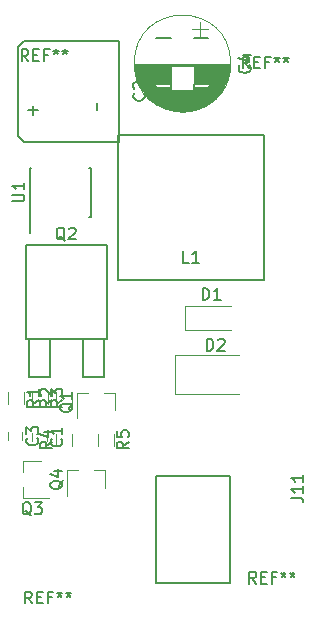
<source format=gto>
%TF.GenerationSoftware,KiCad,Pcbnew,4.0.7*%
%TF.CreationDate,2017-11-15T23:57:05+08:00*%
%TF.ProjectId,nixie_tube,6E697869655F747562652E6B69636164,rev?*%
%TF.FileFunction,Legend,Top*%
%FSLAX46Y46*%
G04 Gerber Fmt 4.6, Leading zero omitted, Abs format (unit mm)*
G04 Created by KiCad (PCBNEW 4.0.7) date 11/15/17 23:57:05*
%MOMM*%
%LPD*%
G01*
G04 APERTURE LIST*
%ADD10C,0.100000*%
%ADD11C,0.150000*%
%ADD12C,0.120000*%
G04 APERTURE END LIST*
D10*
D11*
X6811000Y-35676000D02*
X6811000Y-38851000D01*
X6811000Y-38851000D02*
X8589000Y-38851000D01*
X8589000Y-38851000D02*
X8589000Y-35676000D01*
X2239000Y-35676000D02*
X2239000Y-38851000D01*
X2239000Y-38851000D02*
X4017000Y-38851000D01*
X4017000Y-38851000D02*
X4017000Y-35676000D01*
X8843000Y-29580000D02*
X8843000Y-35676000D01*
X8843000Y-35676000D02*
X1985000Y-35676000D01*
X1985000Y-35676000D02*
X1985000Y-27802000D01*
X1985000Y-27675000D02*
X8843000Y-27675000D01*
X8843000Y-27802000D02*
X8843000Y-29580000D01*
X18860000Y-14220000D02*
X17510000Y-14220000D01*
X11660000Y-14220000D02*
X13060000Y-14220000D01*
X14260000Y-14070000D02*
X14260000Y-14370000D01*
X16260000Y-14080000D02*
X16260000Y-14470000D01*
X14260000Y-10220000D02*
X13060000Y-10220000D01*
X17460000Y-10220000D02*
X16260000Y-10220000D01*
D12*
X19350000Y-12345000D02*
G75*
G03X19350000Y-12345000I-4090000J0D01*
G01*
X19310000Y-12345000D02*
X11210000Y-12345000D01*
X19310000Y-12385000D02*
X11210000Y-12385000D01*
X19310000Y-12425000D02*
X11210000Y-12425000D01*
X19309000Y-12465000D02*
X11211000Y-12465000D01*
X19307000Y-12505000D02*
X11213000Y-12505000D01*
X19306000Y-12545000D02*
X11214000Y-12545000D01*
X19303000Y-12585000D02*
X11217000Y-12585000D01*
X19301000Y-12625000D02*
X16240000Y-12625000D01*
X14280000Y-12625000D02*
X11219000Y-12625000D01*
X19298000Y-12665000D02*
X16240000Y-12665000D01*
X14280000Y-12665000D02*
X11222000Y-12665000D01*
X19295000Y-12705000D02*
X16240000Y-12705000D01*
X14280000Y-12705000D02*
X11225000Y-12705000D01*
X19291000Y-12745000D02*
X16240000Y-12745000D01*
X14280000Y-12745000D02*
X11229000Y-12745000D01*
X19287000Y-12785000D02*
X16240000Y-12785000D01*
X14280000Y-12785000D02*
X11233000Y-12785000D01*
X19282000Y-12825000D02*
X16240000Y-12825000D01*
X14280000Y-12825000D02*
X11238000Y-12825000D01*
X19277000Y-12865000D02*
X16240000Y-12865000D01*
X14280000Y-12865000D02*
X11243000Y-12865000D01*
X19272000Y-12905000D02*
X16240000Y-12905000D01*
X14280000Y-12905000D02*
X11248000Y-12905000D01*
X19266000Y-12945000D02*
X16240000Y-12945000D01*
X14280000Y-12945000D02*
X11254000Y-12945000D01*
X19260000Y-12985000D02*
X16240000Y-12985000D01*
X14280000Y-12985000D02*
X11260000Y-12985000D01*
X19254000Y-13025000D02*
X16240000Y-13025000D01*
X14280000Y-13025000D02*
X11266000Y-13025000D01*
X19247000Y-13066000D02*
X16240000Y-13066000D01*
X14280000Y-13066000D02*
X11273000Y-13066000D01*
X19239000Y-13106000D02*
X16240000Y-13106000D01*
X14280000Y-13106000D02*
X11281000Y-13106000D01*
X19231000Y-13146000D02*
X16240000Y-13146000D01*
X14280000Y-13146000D02*
X11289000Y-13146000D01*
X19223000Y-13186000D02*
X16240000Y-13186000D01*
X14280000Y-13186000D02*
X11297000Y-13186000D01*
X19215000Y-13226000D02*
X16240000Y-13226000D01*
X14280000Y-13226000D02*
X11305000Y-13226000D01*
X19206000Y-13266000D02*
X16240000Y-13266000D01*
X14280000Y-13266000D02*
X11314000Y-13266000D01*
X19196000Y-13306000D02*
X16240000Y-13306000D01*
X14280000Y-13306000D02*
X11324000Y-13306000D01*
X19186000Y-13346000D02*
X16240000Y-13346000D01*
X14280000Y-13346000D02*
X11334000Y-13346000D01*
X19176000Y-13386000D02*
X16240000Y-13386000D01*
X14280000Y-13386000D02*
X11344000Y-13386000D01*
X19165000Y-13426000D02*
X16240000Y-13426000D01*
X14280000Y-13426000D02*
X11355000Y-13426000D01*
X19154000Y-13466000D02*
X16240000Y-13466000D01*
X14280000Y-13466000D02*
X11366000Y-13466000D01*
X19143000Y-13506000D02*
X16240000Y-13506000D01*
X14280000Y-13506000D02*
X11377000Y-13506000D01*
X19130000Y-13546000D02*
X16240000Y-13546000D01*
X14280000Y-13546000D02*
X11390000Y-13546000D01*
X19118000Y-13586000D02*
X16240000Y-13586000D01*
X14280000Y-13586000D02*
X11402000Y-13586000D01*
X19105000Y-13626000D02*
X16240000Y-13626000D01*
X14280000Y-13626000D02*
X11415000Y-13626000D01*
X19092000Y-13666000D02*
X16240000Y-13666000D01*
X14280000Y-13666000D02*
X11428000Y-13666000D01*
X19078000Y-13706000D02*
X16240000Y-13706000D01*
X14280000Y-13706000D02*
X11442000Y-13706000D01*
X19063000Y-13746000D02*
X16240000Y-13746000D01*
X14280000Y-13746000D02*
X11457000Y-13746000D01*
X19049000Y-13786000D02*
X16240000Y-13786000D01*
X14280000Y-13786000D02*
X11471000Y-13786000D01*
X19033000Y-13826000D02*
X16240000Y-13826000D01*
X14280000Y-13826000D02*
X11487000Y-13826000D01*
X19018000Y-13866000D02*
X16240000Y-13866000D01*
X14280000Y-13866000D02*
X11502000Y-13866000D01*
X19001000Y-13906000D02*
X16240000Y-13906000D01*
X14280000Y-13906000D02*
X11519000Y-13906000D01*
X18985000Y-13946000D02*
X16240000Y-13946000D01*
X14280000Y-13946000D02*
X11535000Y-13946000D01*
X18967000Y-13986000D02*
X16240000Y-13986000D01*
X14280000Y-13986000D02*
X11553000Y-13986000D01*
X18950000Y-14026000D02*
X16240000Y-14026000D01*
X14280000Y-14026000D02*
X11570000Y-14026000D01*
X18931000Y-14066000D02*
X16240000Y-14066000D01*
X14280000Y-14066000D02*
X11589000Y-14066000D01*
X18912000Y-14106000D02*
X16240000Y-14106000D01*
X14280000Y-14106000D02*
X11608000Y-14106000D01*
X18788000Y-14346000D02*
X16240000Y-14346000D01*
X14280000Y-14346000D02*
X11732000Y-14346000D01*
X18765000Y-14386000D02*
X16240000Y-14386000D01*
X14280000Y-14386000D02*
X11755000Y-14386000D01*
X18742000Y-14426000D02*
X16240000Y-14426000D01*
X14280000Y-14426000D02*
X11778000Y-14426000D01*
X18718000Y-14466000D02*
X16240000Y-14466000D01*
X14280000Y-14466000D02*
X11802000Y-14466000D01*
X18694000Y-14506000D02*
X16240000Y-14506000D01*
X14280000Y-14506000D02*
X11826000Y-14506000D01*
X18668000Y-14546000D02*
X16240000Y-14546000D01*
X14280000Y-14546000D02*
X11852000Y-14546000D01*
X18643000Y-14586000D02*
X11877000Y-14586000D01*
X18616000Y-14626000D02*
X11904000Y-14626000D01*
X18589000Y-14666000D02*
X11931000Y-14666000D01*
X18561000Y-14706000D02*
X11959000Y-14706000D01*
X18532000Y-14746000D02*
X11988000Y-14746000D01*
X18503000Y-14786000D02*
X12017000Y-14786000D01*
X18473000Y-14826000D02*
X12047000Y-14826000D01*
X18442000Y-14866000D02*
X12078000Y-14866000D01*
X18410000Y-14906000D02*
X12110000Y-14906000D01*
X18378000Y-14946000D02*
X12142000Y-14946000D01*
X18344000Y-14986000D02*
X12176000Y-14986000D01*
X18310000Y-15026000D02*
X12210000Y-15026000D01*
X18275000Y-15066000D02*
X12245000Y-15066000D01*
X18239000Y-15106000D02*
X12281000Y-15106000D01*
X18202000Y-15146000D02*
X12318000Y-15146000D01*
X18164000Y-15186000D02*
X12356000Y-15186000D01*
X18125000Y-15226000D02*
X12395000Y-15226000D01*
X18084000Y-15266000D02*
X12436000Y-15266000D01*
X18043000Y-15306000D02*
X12477000Y-15306000D01*
X18000000Y-15346000D02*
X12520000Y-15346000D01*
X17957000Y-15386000D02*
X12563000Y-15386000D01*
X17912000Y-15426000D02*
X12608000Y-15426000D01*
X17865000Y-15466000D02*
X12655000Y-15466000D01*
X17817000Y-15506000D02*
X12703000Y-15506000D01*
X17768000Y-15546000D02*
X12752000Y-15546000D01*
X17717000Y-15586000D02*
X12803000Y-15586000D01*
X17664000Y-15626000D02*
X12856000Y-15626000D01*
X17609000Y-15666000D02*
X12911000Y-15666000D01*
X17553000Y-15706000D02*
X12967000Y-15706000D01*
X17494000Y-15746000D02*
X13026000Y-15746000D01*
X17433000Y-15786000D02*
X13087000Y-15786000D01*
X17369000Y-15826000D02*
X13151000Y-15826000D01*
X17303000Y-15866000D02*
X13217000Y-15866000D01*
X17234000Y-15906000D02*
X13286000Y-15906000D01*
X17162000Y-15946000D02*
X13358000Y-15946000D01*
X17086000Y-15986000D02*
X13434000Y-15986000D01*
X17005000Y-16026000D02*
X13515000Y-16026000D01*
X16920000Y-16066000D02*
X13600000Y-16066000D01*
X16830000Y-16106000D02*
X13690000Y-16106000D01*
X16733000Y-16146000D02*
X13787000Y-16146000D01*
X16629000Y-16186000D02*
X13891000Y-16186000D01*
X16514000Y-16226000D02*
X14006000Y-16226000D01*
X16387000Y-16266000D02*
X14133000Y-16266000D01*
X16243000Y-16306000D02*
X14277000Y-16306000D01*
X16074000Y-16346000D02*
X14446000Y-16346000D01*
X15858000Y-16386000D02*
X14662000Y-16386000D01*
X15506000Y-16426000D02*
X15014000Y-16426000D01*
X16740000Y-8865000D02*
X16740000Y-10065000D01*
X17390000Y-9465000D02*
X16090000Y-9465000D01*
D11*
X9870000Y-10450000D02*
X9370000Y-10450000D01*
X9870000Y-10950000D02*
X9870000Y-10450000D01*
X9870000Y-18950000D02*
X9870000Y-18450000D01*
X9370000Y-18950000D02*
X9870000Y-18950000D01*
X1870000Y-18950000D02*
X9370000Y-18950000D01*
X1370000Y-10950000D02*
X1370000Y-18450000D01*
X9370000Y-10450000D02*
X1870000Y-10450000D01*
X9870000Y-18450000D02*
X9870000Y-10950000D01*
X1370000Y-10950000D02*
X1870000Y-10450000D01*
X1370000Y-18450000D02*
X1370000Y-18450000D01*
X8020000Y-16300000D02*
X8020000Y-15700000D01*
X2220000Y-16300000D02*
X3020000Y-16300000D01*
X2620000Y-16700000D02*
X2620000Y-15900000D01*
X1370000Y-18450000D02*
X1870000Y-18950000D01*
X19280000Y-47310000D02*
X12980000Y-47310000D01*
X12980000Y-56310000D02*
X19280000Y-56310000D01*
X19280000Y-56310000D02*
X19280000Y-47310000D01*
X12980000Y-56310000D02*
X12980000Y-47310000D01*
X2325000Y-25325000D02*
X2375000Y-25325000D01*
X2325000Y-21175000D02*
X2470000Y-21175000D01*
X7475000Y-21175000D02*
X7330000Y-21175000D01*
X7475000Y-25325000D02*
X7330000Y-25325000D01*
X2325000Y-25325000D02*
X2325000Y-21175000D01*
X7475000Y-25325000D02*
X7475000Y-21175000D01*
X2375000Y-25325000D02*
X2375000Y-26725000D01*
X9830000Y-30700000D02*
X22130000Y-30700000D01*
X9830000Y-18400000D02*
X9830000Y-30700000D01*
X22130000Y-18400000D02*
X9830000Y-18400000D01*
X22130000Y-30700000D02*
X22130000Y-18400000D01*
D12*
X9530000Y-40240000D02*
X8600000Y-40240000D01*
X6370000Y-40240000D02*
X7300000Y-40240000D01*
X6370000Y-40240000D02*
X6370000Y-42400000D01*
X9530000Y-40240000D02*
X9530000Y-41700000D01*
X15450000Y-32900000D02*
X15450000Y-34900000D01*
X15450000Y-34900000D02*
X19350000Y-34900000D01*
X15450000Y-32900000D02*
X19350000Y-32900000D01*
X14650000Y-37050000D02*
X14650000Y-40350000D01*
X14650000Y-40350000D02*
X20050000Y-40350000D01*
X14650000Y-37050000D02*
X20050000Y-37050000D01*
X2550000Y-44300000D02*
X2550000Y-43600000D01*
X3750000Y-43600000D02*
X3750000Y-44300000D01*
X500000Y-44250000D02*
X500000Y-43550000D01*
X1700000Y-43550000D02*
X1700000Y-44250000D01*
X520000Y-41175000D02*
X520000Y-40175000D01*
X1880000Y-40175000D02*
X1880000Y-41175000D01*
X5880000Y-40175000D02*
X5880000Y-41175000D01*
X4520000Y-41175000D02*
X4520000Y-40175000D01*
X2520000Y-41175000D02*
X2520000Y-40175000D01*
X3880000Y-40175000D02*
X3880000Y-41175000D01*
X1790000Y-45970000D02*
X1790000Y-46900000D01*
X1790000Y-49130000D02*
X1790000Y-48200000D01*
X1790000Y-49130000D02*
X3950000Y-49130000D01*
X1790000Y-45970000D02*
X3250000Y-45970000D01*
X5880000Y-43700000D02*
X5880000Y-44700000D01*
X4520000Y-44700000D02*
X4520000Y-43700000D01*
X8120000Y-44700000D02*
X8120000Y-43700000D01*
X9480000Y-43700000D02*
X9480000Y-44700000D01*
X8680000Y-46790000D02*
X7750000Y-46790000D01*
X5520000Y-46790000D02*
X6450000Y-46790000D01*
X5520000Y-46790000D02*
X5520000Y-48950000D01*
X8680000Y-46790000D02*
X8680000Y-48250000D01*
D11*
X5318762Y-27333619D02*
X5223524Y-27286000D01*
X5128286Y-27190762D01*
X4985429Y-27047905D01*
X4890190Y-27000286D01*
X4794952Y-27000286D01*
X4842571Y-27238381D02*
X4747333Y-27190762D01*
X4652095Y-27095524D01*
X4604476Y-26905048D01*
X4604476Y-26571714D01*
X4652095Y-26381238D01*
X4747333Y-26286000D01*
X4842571Y-26238381D01*
X5033048Y-26238381D01*
X5128286Y-26286000D01*
X5223524Y-26381238D01*
X5271143Y-26571714D01*
X5271143Y-26905048D01*
X5223524Y-27095524D01*
X5128286Y-27190762D01*
X5033048Y-27238381D01*
X4842571Y-27238381D01*
X5652095Y-26333619D02*
X5699714Y-26286000D01*
X5794952Y-26238381D01*
X6033048Y-26238381D01*
X6128286Y-26286000D01*
X6175905Y-26333619D01*
X6223524Y-26428857D01*
X6223524Y-26524095D01*
X6175905Y-26666952D01*
X5604476Y-27238381D01*
X6223524Y-27238381D01*
X21496667Y-56372381D02*
X21163333Y-55896190D01*
X20925238Y-56372381D02*
X20925238Y-55372381D01*
X21306191Y-55372381D01*
X21401429Y-55420000D01*
X21449048Y-55467619D01*
X21496667Y-55562857D01*
X21496667Y-55705714D01*
X21449048Y-55800952D01*
X21401429Y-55848571D01*
X21306191Y-55896190D01*
X20925238Y-55896190D01*
X21925238Y-55848571D02*
X22258572Y-55848571D01*
X22401429Y-56372381D02*
X21925238Y-56372381D01*
X21925238Y-55372381D01*
X22401429Y-55372381D01*
X23163334Y-55848571D02*
X22830000Y-55848571D01*
X22830000Y-56372381D02*
X22830000Y-55372381D01*
X23306191Y-55372381D01*
X23830000Y-55372381D02*
X23830000Y-55610476D01*
X23591905Y-55515238D02*
X23830000Y-55610476D01*
X24068096Y-55515238D01*
X23687143Y-55800952D02*
X23830000Y-55610476D01*
X23972858Y-55800952D01*
X24591905Y-55372381D02*
X24591905Y-55610476D01*
X24353810Y-55515238D02*
X24591905Y-55610476D01*
X24830001Y-55515238D01*
X24449048Y-55800952D02*
X24591905Y-55610476D01*
X24734763Y-55800952D01*
X2516667Y-58052381D02*
X2183333Y-57576190D01*
X1945238Y-58052381D02*
X1945238Y-57052381D01*
X2326191Y-57052381D01*
X2421429Y-57100000D01*
X2469048Y-57147619D01*
X2516667Y-57242857D01*
X2516667Y-57385714D01*
X2469048Y-57480952D01*
X2421429Y-57528571D01*
X2326191Y-57576190D01*
X1945238Y-57576190D01*
X2945238Y-57528571D02*
X3278572Y-57528571D01*
X3421429Y-58052381D02*
X2945238Y-58052381D01*
X2945238Y-57052381D01*
X3421429Y-57052381D01*
X4183334Y-57528571D02*
X3850000Y-57528571D01*
X3850000Y-58052381D02*
X3850000Y-57052381D01*
X4326191Y-57052381D01*
X4850000Y-57052381D02*
X4850000Y-57290476D01*
X4611905Y-57195238D02*
X4850000Y-57290476D01*
X5088096Y-57195238D01*
X4707143Y-57480952D02*
X4850000Y-57290476D01*
X4992858Y-57480952D01*
X5611905Y-57052381D02*
X5611905Y-57290476D01*
X5373810Y-57195238D02*
X5611905Y-57290476D01*
X5850001Y-57195238D01*
X5469048Y-57480952D02*
X5611905Y-57290476D01*
X5754763Y-57480952D01*
X20916667Y-12752381D02*
X20583333Y-12276190D01*
X20345238Y-12752381D02*
X20345238Y-11752381D01*
X20726191Y-11752381D01*
X20821429Y-11800000D01*
X20869048Y-11847619D01*
X20916667Y-11942857D01*
X20916667Y-12085714D01*
X20869048Y-12180952D01*
X20821429Y-12228571D01*
X20726191Y-12276190D01*
X20345238Y-12276190D01*
X21345238Y-12228571D02*
X21678572Y-12228571D01*
X21821429Y-12752381D02*
X21345238Y-12752381D01*
X21345238Y-11752381D01*
X21821429Y-11752381D01*
X22583334Y-12228571D02*
X22250000Y-12228571D01*
X22250000Y-12752381D02*
X22250000Y-11752381D01*
X22726191Y-11752381D01*
X23250000Y-11752381D02*
X23250000Y-11990476D01*
X23011905Y-11895238D02*
X23250000Y-11990476D01*
X23488096Y-11895238D01*
X23107143Y-12180952D02*
X23250000Y-11990476D01*
X23392858Y-12180952D01*
X24011905Y-11752381D02*
X24011905Y-11990476D01*
X23773810Y-11895238D02*
X24011905Y-11990476D01*
X24250001Y-11895238D01*
X23869048Y-12180952D02*
X24011905Y-11990476D01*
X24154763Y-12180952D01*
X2216667Y-12152381D02*
X1883333Y-11676190D01*
X1645238Y-12152381D02*
X1645238Y-11152381D01*
X2026191Y-11152381D01*
X2121429Y-11200000D01*
X2169048Y-11247619D01*
X2216667Y-11342857D01*
X2216667Y-11485714D01*
X2169048Y-11580952D01*
X2121429Y-11628571D01*
X2026191Y-11676190D01*
X1645238Y-11676190D01*
X2645238Y-11628571D02*
X2978572Y-11628571D01*
X3121429Y-12152381D02*
X2645238Y-12152381D01*
X2645238Y-11152381D01*
X3121429Y-11152381D01*
X3883334Y-11628571D02*
X3550000Y-11628571D01*
X3550000Y-12152381D02*
X3550000Y-11152381D01*
X4026191Y-11152381D01*
X4550000Y-11152381D02*
X4550000Y-11390476D01*
X4311905Y-11295238D02*
X4550000Y-11390476D01*
X4788096Y-11295238D01*
X4407143Y-11580952D02*
X4550000Y-11390476D01*
X4692858Y-11580952D01*
X5311905Y-11152381D02*
X5311905Y-11390476D01*
X5073810Y-11295238D02*
X5311905Y-11390476D01*
X5550001Y-11295238D01*
X5169048Y-11580952D02*
X5311905Y-11390476D01*
X5454763Y-11580952D01*
X20927143Y-12511666D02*
X20974762Y-12559285D01*
X21022381Y-12702142D01*
X21022381Y-12797380D01*
X20974762Y-12940238D01*
X20879524Y-13035476D01*
X20784286Y-13083095D01*
X20593810Y-13130714D01*
X20450952Y-13130714D01*
X20260476Y-13083095D01*
X20165238Y-13035476D01*
X20070000Y-12940238D01*
X20022381Y-12797380D01*
X20022381Y-12702142D01*
X20070000Y-12559285D01*
X20117619Y-12511666D01*
X20355714Y-11654523D02*
X21022381Y-11654523D01*
X19974762Y-11892619D02*
X20689048Y-12130714D01*
X20689048Y-11511666D01*
X11977143Y-14866666D02*
X12024762Y-14914285D01*
X12072381Y-15057142D01*
X12072381Y-15152380D01*
X12024762Y-15295238D01*
X11929524Y-15390476D01*
X11834286Y-15438095D01*
X11643810Y-15485714D01*
X11500952Y-15485714D01*
X11310476Y-15438095D01*
X11215238Y-15390476D01*
X11120000Y-15295238D01*
X11072381Y-15152380D01*
X11072381Y-15057142D01*
X11120000Y-14914285D01*
X11167619Y-14866666D01*
X11167619Y-14485714D02*
X11120000Y-14438095D01*
X11072381Y-14342857D01*
X11072381Y-14104761D01*
X11120000Y-14009523D01*
X11167619Y-13961904D01*
X11262857Y-13914285D01*
X11358095Y-13914285D01*
X11500952Y-13961904D01*
X12072381Y-14533333D01*
X12072381Y-13914285D01*
X24472381Y-49119523D02*
X25186667Y-49119523D01*
X25329524Y-49167143D01*
X25424762Y-49262381D01*
X25472381Y-49405238D01*
X25472381Y-49500476D01*
X25472381Y-48119523D02*
X25472381Y-48690952D01*
X25472381Y-48405238D02*
X24472381Y-48405238D01*
X24615238Y-48500476D01*
X24710476Y-48595714D01*
X24758095Y-48690952D01*
X25472381Y-47167142D02*
X25472381Y-47738571D01*
X25472381Y-47452857D02*
X24472381Y-47452857D01*
X24615238Y-47548095D01*
X24710476Y-47643333D01*
X24758095Y-47738571D01*
X852381Y-24011905D02*
X1661905Y-24011905D01*
X1757143Y-23964286D01*
X1804762Y-23916667D01*
X1852381Y-23821429D01*
X1852381Y-23630952D01*
X1804762Y-23535714D01*
X1757143Y-23488095D01*
X1661905Y-23440476D01*
X852381Y-23440476D01*
X1852381Y-22440476D02*
X1852381Y-23011905D01*
X1852381Y-22726191D02*
X852381Y-22726191D01*
X995238Y-22821429D01*
X1090476Y-22916667D01*
X1138095Y-23011905D01*
X15813334Y-29202381D02*
X15337143Y-29202381D01*
X15337143Y-28202381D01*
X16670477Y-29202381D02*
X16099048Y-29202381D01*
X16384762Y-29202381D02*
X16384762Y-28202381D01*
X16289524Y-28345238D01*
X16194286Y-28440476D01*
X16099048Y-28488095D01*
X5997619Y-41095238D02*
X5950000Y-41190476D01*
X5854762Y-41285714D01*
X5711905Y-41428571D01*
X5664286Y-41523810D01*
X5664286Y-41619048D01*
X5902381Y-41571429D02*
X5854762Y-41666667D01*
X5759524Y-41761905D01*
X5569048Y-41809524D01*
X5235714Y-41809524D01*
X5045238Y-41761905D01*
X4950000Y-41666667D01*
X4902381Y-41571429D01*
X4902381Y-41380952D01*
X4950000Y-41285714D01*
X5045238Y-41190476D01*
X5235714Y-41142857D01*
X5569048Y-41142857D01*
X5759524Y-41190476D01*
X5854762Y-41285714D01*
X5902381Y-41380952D01*
X5902381Y-41571429D01*
X5902381Y-40190476D02*
X5902381Y-40761905D01*
X5902381Y-40476191D02*
X4902381Y-40476191D01*
X5045238Y-40571429D01*
X5140476Y-40666667D01*
X5188095Y-40761905D01*
X16961905Y-32352381D02*
X16961905Y-31352381D01*
X17200000Y-31352381D01*
X17342858Y-31400000D01*
X17438096Y-31495238D01*
X17485715Y-31590476D01*
X17533334Y-31780952D01*
X17533334Y-31923810D01*
X17485715Y-32114286D01*
X17438096Y-32209524D01*
X17342858Y-32304762D01*
X17200000Y-32352381D01*
X16961905Y-32352381D01*
X18485715Y-32352381D02*
X17914286Y-32352381D01*
X18200000Y-32352381D02*
X18200000Y-31352381D01*
X18104762Y-31495238D01*
X18009524Y-31590476D01*
X17914286Y-31638095D01*
X17311905Y-36652381D02*
X17311905Y-35652381D01*
X17550000Y-35652381D01*
X17692858Y-35700000D01*
X17788096Y-35795238D01*
X17835715Y-35890476D01*
X17883334Y-36080952D01*
X17883334Y-36223810D01*
X17835715Y-36414286D01*
X17788096Y-36509524D01*
X17692858Y-36604762D01*
X17550000Y-36652381D01*
X17311905Y-36652381D01*
X18264286Y-35747619D02*
X18311905Y-35700000D01*
X18407143Y-35652381D01*
X18645239Y-35652381D01*
X18740477Y-35700000D01*
X18788096Y-35747619D01*
X18835715Y-35842857D01*
X18835715Y-35938095D01*
X18788096Y-36080952D01*
X18216667Y-36652381D01*
X18835715Y-36652381D01*
X5007143Y-44116666D02*
X5054762Y-44164285D01*
X5102381Y-44307142D01*
X5102381Y-44402380D01*
X5054762Y-44545238D01*
X4959524Y-44640476D01*
X4864286Y-44688095D01*
X4673810Y-44735714D01*
X4530952Y-44735714D01*
X4340476Y-44688095D01*
X4245238Y-44640476D01*
X4150000Y-44545238D01*
X4102381Y-44402380D01*
X4102381Y-44307142D01*
X4150000Y-44164285D01*
X4197619Y-44116666D01*
X5102381Y-43164285D02*
X5102381Y-43735714D01*
X5102381Y-43450000D02*
X4102381Y-43450000D01*
X4245238Y-43545238D01*
X4340476Y-43640476D01*
X4388095Y-43735714D01*
X2957143Y-44066666D02*
X3004762Y-44114285D01*
X3052381Y-44257142D01*
X3052381Y-44352380D01*
X3004762Y-44495238D01*
X2909524Y-44590476D01*
X2814286Y-44638095D01*
X2623810Y-44685714D01*
X2480952Y-44685714D01*
X2290476Y-44638095D01*
X2195238Y-44590476D01*
X2100000Y-44495238D01*
X2052381Y-44352380D01*
X2052381Y-44257142D01*
X2100000Y-44114285D01*
X2147619Y-44066666D01*
X2052381Y-43733333D02*
X2052381Y-43114285D01*
X2433333Y-43447619D01*
X2433333Y-43304761D01*
X2480952Y-43209523D01*
X2528571Y-43161904D01*
X2623810Y-43114285D01*
X2861905Y-43114285D01*
X2957143Y-43161904D01*
X3004762Y-43209523D01*
X3052381Y-43304761D01*
X3052381Y-43590476D01*
X3004762Y-43685714D01*
X2957143Y-43733333D01*
X3102381Y-40841666D02*
X2626190Y-41175000D01*
X3102381Y-41413095D02*
X2102381Y-41413095D01*
X2102381Y-41032142D01*
X2150000Y-40936904D01*
X2197619Y-40889285D01*
X2292857Y-40841666D01*
X2435714Y-40841666D01*
X2530952Y-40889285D01*
X2578571Y-40936904D01*
X2626190Y-41032142D01*
X2626190Y-41413095D01*
X3102381Y-39889285D02*
X3102381Y-40460714D01*
X3102381Y-40175000D02*
X2102381Y-40175000D01*
X2245238Y-40270238D01*
X2340476Y-40365476D01*
X2388095Y-40460714D01*
X4202381Y-40841666D02*
X3726190Y-41175000D01*
X4202381Y-41413095D02*
X3202381Y-41413095D01*
X3202381Y-41032142D01*
X3250000Y-40936904D01*
X3297619Y-40889285D01*
X3392857Y-40841666D01*
X3535714Y-40841666D01*
X3630952Y-40889285D01*
X3678571Y-40936904D01*
X3726190Y-41032142D01*
X3726190Y-41413095D01*
X3297619Y-40460714D02*
X3250000Y-40413095D01*
X3202381Y-40317857D01*
X3202381Y-40079761D01*
X3250000Y-39984523D01*
X3297619Y-39936904D01*
X3392857Y-39889285D01*
X3488095Y-39889285D01*
X3630952Y-39936904D01*
X4202381Y-40508333D01*
X4202381Y-39889285D01*
X5102381Y-40841666D02*
X4626190Y-41175000D01*
X5102381Y-41413095D02*
X4102381Y-41413095D01*
X4102381Y-41032142D01*
X4150000Y-40936904D01*
X4197619Y-40889285D01*
X4292857Y-40841666D01*
X4435714Y-40841666D01*
X4530952Y-40889285D01*
X4578571Y-40936904D01*
X4626190Y-41032142D01*
X4626190Y-41413095D01*
X4102381Y-40508333D02*
X4102381Y-39889285D01*
X4483333Y-40222619D01*
X4483333Y-40079761D01*
X4530952Y-39984523D01*
X4578571Y-39936904D01*
X4673810Y-39889285D01*
X4911905Y-39889285D01*
X5007143Y-39936904D01*
X5054762Y-39984523D01*
X5102381Y-40079761D01*
X5102381Y-40365476D01*
X5054762Y-40460714D01*
X5007143Y-40508333D01*
X2454762Y-50597619D02*
X2359524Y-50550000D01*
X2264286Y-50454762D01*
X2121429Y-50311905D01*
X2026190Y-50264286D01*
X1930952Y-50264286D01*
X1978571Y-50502381D02*
X1883333Y-50454762D01*
X1788095Y-50359524D01*
X1740476Y-50169048D01*
X1740476Y-49835714D01*
X1788095Y-49645238D01*
X1883333Y-49550000D01*
X1978571Y-49502381D01*
X2169048Y-49502381D01*
X2264286Y-49550000D01*
X2359524Y-49645238D01*
X2407143Y-49835714D01*
X2407143Y-50169048D01*
X2359524Y-50359524D01*
X2264286Y-50454762D01*
X2169048Y-50502381D01*
X1978571Y-50502381D01*
X2740476Y-49502381D02*
X3359524Y-49502381D01*
X3026190Y-49883333D01*
X3169048Y-49883333D01*
X3264286Y-49930952D01*
X3311905Y-49978571D01*
X3359524Y-50073810D01*
X3359524Y-50311905D01*
X3311905Y-50407143D01*
X3264286Y-50454762D01*
X3169048Y-50502381D01*
X2883333Y-50502381D01*
X2788095Y-50454762D01*
X2740476Y-50407143D01*
X4202381Y-44366666D02*
X3726190Y-44700000D01*
X4202381Y-44938095D02*
X3202381Y-44938095D01*
X3202381Y-44557142D01*
X3250000Y-44461904D01*
X3297619Y-44414285D01*
X3392857Y-44366666D01*
X3535714Y-44366666D01*
X3630952Y-44414285D01*
X3678571Y-44461904D01*
X3726190Y-44557142D01*
X3726190Y-44938095D01*
X3535714Y-43509523D02*
X4202381Y-43509523D01*
X3154762Y-43747619D02*
X3869048Y-43985714D01*
X3869048Y-43366666D01*
X10702381Y-44366666D02*
X10226190Y-44700000D01*
X10702381Y-44938095D02*
X9702381Y-44938095D01*
X9702381Y-44557142D01*
X9750000Y-44461904D01*
X9797619Y-44414285D01*
X9892857Y-44366666D01*
X10035714Y-44366666D01*
X10130952Y-44414285D01*
X10178571Y-44461904D01*
X10226190Y-44557142D01*
X10226190Y-44938095D01*
X9702381Y-43461904D02*
X9702381Y-43938095D01*
X10178571Y-43985714D01*
X10130952Y-43938095D01*
X10083333Y-43842857D01*
X10083333Y-43604761D01*
X10130952Y-43509523D01*
X10178571Y-43461904D01*
X10273810Y-43414285D01*
X10511905Y-43414285D01*
X10607143Y-43461904D01*
X10654762Y-43509523D01*
X10702381Y-43604761D01*
X10702381Y-43842857D01*
X10654762Y-43938095D01*
X10607143Y-43985714D01*
X5147619Y-47645238D02*
X5100000Y-47740476D01*
X5004762Y-47835714D01*
X4861905Y-47978571D01*
X4814286Y-48073810D01*
X4814286Y-48169048D01*
X5052381Y-48121429D02*
X5004762Y-48216667D01*
X4909524Y-48311905D01*
X4719048Y-48359524D01*
X4385714Y-48359524D01*
X4195238Y-48311905D01*
X4100000Y-48216667D01*
X4052381Y-48121429D01*
X4052381Y-47930952D01*
X4100000Y-47835714D01*
X4195238Y-47740476D01*
X4385714Y-47692857D01*
X4719048Y-47692857D01*
X4909524Y-47740476D01*
X5004762Y-47835714D01*
X5052381Y-47930952D01*
X5052381Y-48121429D01*
X4385714Y-46835714D02*
X5052381Y-46835714D01*
X4004762Y-47073810D02*
X4719048Y-47311905D01*
X4719048Y-46692857D01*
M02*

</source>
